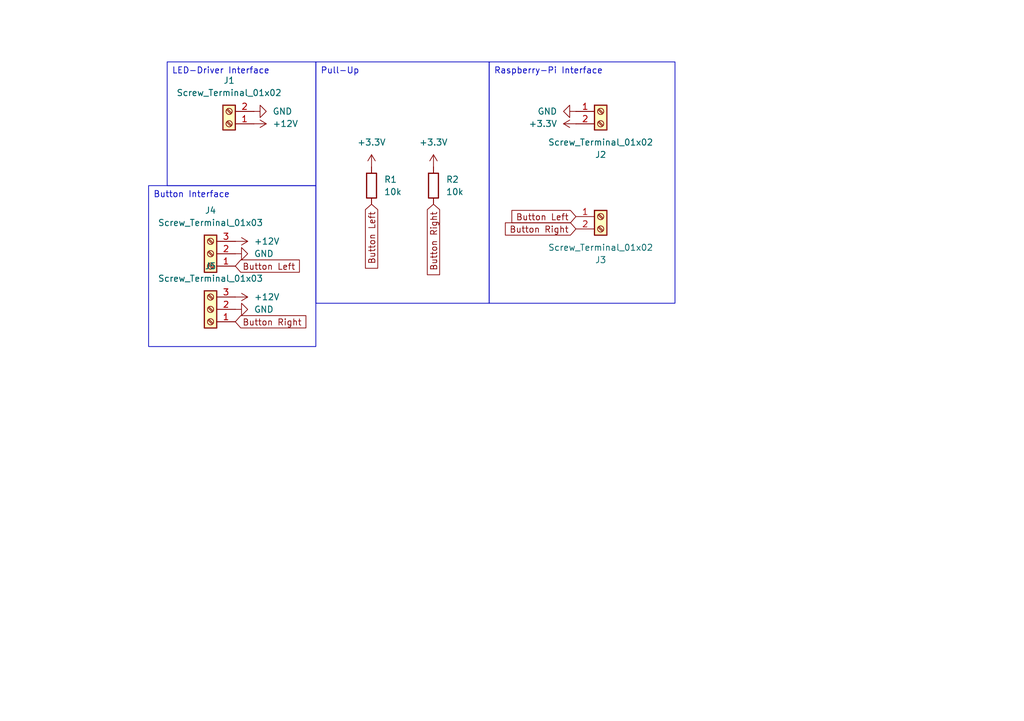
<source format=kicad_sch>
(kicad_sch (version 20231120) (generator "eeschema") (generator_version "8.0")
  (paper "A5")
  (title_block (title "Connector") (date "2024-08-07") (rev "1"))
  (lib_symbols
    (symbol "Connector:Screw_Terminal_01x02" (pin_names (offset 1.016) hide)
      (property "Reference" "J" (at 0 2.54 0))
      (property "Value" "Screw_Terminal_01x02" (at 0 -5.08 0))
      (symbol "Screw_Terminal_01x02_1_1"
        (rectangle (start -1.27 1.27) (end 1.27 -3.81) (stroke (width 0.254)) (fill (type background)))
        (circle (center 0 -2.54) (radius 0.635) (stroke (width 0.1524)))
        (polyline (pts (xy -0.5334 -2.2098) (xy 0.3302 -3.048)) (stroke (width 0.1524)))
        (polyline (pts (xy -0.5334 0.3302) (xy 0.3302 -0.508)) (stroke (width 0.1524)))
        (polyline (pts (xy -0.3556 -2.032) (xy 0.508 -2.8702)) (stroke (width 0.1524)))
        (polyline (pts (xy -0.3556 0.508) (xy 0.508 -0.3302)) (stroke (width 0.1524)))
        (circle (center 0 0) (radius 0.635) (stroke (width 0.1524)))
        (pin passive line (at -5.08 0 0) (length 3.81) (name "Pin_1") (number "1"))
        (pin passive line (at -5.08 -2.54 0) (length 3.81) (name "Pin_2") (number "2"))
      )
    )
    (symbol "Connector:Screw_Terminal_01x03" (pin_names (offset 1.016) hide)
      (property "Reference" "J" (at 0 5.08 0))
      (property "Value" "Screw_Terminal_01x03" (at 0 -5.08 0))
      (symbol "Screw_Terminal_01x03_1_1"
        (rectangle (start -1.27 3.81) (end 1.27 -3.81) (stroke (width 0.254)) (fill (type background)))
        (circle (center 0 -2.54) (radius 0.635) (stroke (width 0.1524)))
        (polyline (pts (xy -0.5334 -2.2098) (xy 0.3302 -3.048)) (stroke (width 0.1524)))
        (polyline (pts (xy -0.5334 0.3302) (xy 0.3302 -0.508)) (stroke (width 0.1524)))
        (polyline (pts (xy -0.5334 2.8702) (xy 0.3302 2.032)) (stroke (width 0.1524)))
        (polyline (pts (xy -0.3556 -2.032) (xy 0.508 -2.8702)) (stroke (width 0.1524)))
        (polyline (pts (xy -0.3556 0.508) (xy 0.508 -0.3302)) (stroke (width 0.1524)))
        (polyline (pts (xy -0.3556 3.048) (xy 0.508 2.2098)) (stroke (width 0.1524)))
        (circle (center 0 0) (radius 0.635) (stroke (width 0.1524)))
        (circle (center 0 2.54) (radius 0.635) (stroke (width 0.1524)))
        (pin passive line (at -5.08 2.54 0) (length 3.81) (name "Pin_1") (number "1"))
        (pin passive line (at -5.08 0 0) (length 3.81) (name "Pin_2") (number "2"))
        (pin passive line (at -5.08 -2.54 0) (length 3.81) (name "Pin_3") (number "3"))
      )
    )
    (symbol "Device:R" (pin_numbers hide) (pin_names (offset 0))
      (property "Reference" "R" (at 2.032 0 90))
      (property "Value" "R" (at 0 0 90))
      (symbol "R_0_1"
        (rectangle (start -1.016 -2.54) (end 1.016 2.54) (stroke (width 0.254)))
      )
      (symbol "R_1_1"
        (pin passive line (at 0 3.81 270) (length 1.27) (name "~") (number "1"))
        (pin passive line (at 0 -3.81 90) (length 1.27) (name "~") (number "2"))
      )
    )
    (symbol "power:+12V" (power) (pin_numbers hide) (pin_names (offset 0) hide)
      (property "Value" "+12V" (at 0 3.556 0))
      (symbol "+12V_0_1"
        (polyline (pts (xy -0.762 1.27) (xy 0 2.54)))
        (polyline (pts (xy 0 0) (xy 0 2.54)))
        (polyline (pts (xy 0 2.54) (xy 0.762 1.27)))
      )
      (symbol "+12V_1_1"
        (pin power_in line (at 0 0 90) (length 0) (name "~") (number "1"))
      )
    )
    (symbol "power:+3.3V" (power) (pin_numbers hide) (pin_names (offset 0) hide)
      (property "Value" "+3.3V" (at 0 3.556 0))
      (symbol "+3.3V_0_1"
        (polyline (pts (xy -0.762 1.27) (xy 0 2.54)))
        (polyline (pts (xy 0 0) (xy 0 2.54)))
        (polyline (pts (xy 0 2.54) (xy 0.762 1.27)))
      )
      (symbol "+3.3V_1_1"
        (pin power_in line (at 0 0 90) (length 0) (name "~") (number "1"))
      )
    )
    (symbol "power:GND" (power) (pin_numbers hide) (pin_names (offset 0) hide)
      (property "Value" "GND" (at 0 -3.81 0))
      (symbol "GND_0_1"
        (polyline (pts (xy 0 0) (xy 0 -1.27) (xy 1.27 -1.27) (xy 0 -2.54) (xy -1.27 -1.27) (xy 0 -1.27)))
      )
      (symbol "GND_1_1"
        (pin power_in line (at 0 0 270) (length 0) (name "~") (number "1"))
      )
    )
  )
  (text_box "Pull-Up" (at 64.77 12.7 0) (size 35.56 49.53) (effects (font (size 1.27 1.27)) (justify left top)))
  (text_box "Button Interface" (at 30.48 38.1 0) (size 34.29 33.02) (effects (font (size 1.27 1.27)) (justify left top)))
  (text_box "Raspberry-Pi Interface" (at 100.33 12.7 0) (size 38.1 49.53) (effects (font (size 1.27 1.27)) (justify left top)))
  (text_box "LED-Driver Interface" (at 34.29 12.7 0) (size 30.48 25.4) (effects (font (size 1.27 1.27)) (justify left top)))
  (global_label "Button Right" (shape input) (at 88.9 41.91 270) (property "Intersheetrefs" "${INTERSHEET_REFS}" (effects (hide yes))))
  (global_label "Button Left" (shape input) (at 76.2 41.91 270) (property "Intersheetrefs" "${INTERSHEET_REFS}" (effects (hide yes))))
  (global_label "Button Left" (shape input) (at 118.11 44.45 180) (property "Intersheetrefs" "${INTERSHEET_REFS}" (effects (hide yes))))
  (global_label "Button Left" (shape input) (at 48.26 54.61 0) (property "Intersheetrefs" "${INTERSHEET_REFS}" (effects (hide yes))))
  (global_label "Button Right" (shape input) (at 48.26 66.04 0) (property "Intersheetrefs" "${INTERSHEET_REFS}" (effects (hide yes))))
  (global_label "Button Right" (shape input) (at 118.11 46.99 180) (property "Intersheetrefs" "${INTERSHEET_REFS}" (effects (hide yes))))
  (symbol (lib_id "Device:R") (at 88.9 38.1 0) (unit 1)
    (property "Reference" "R2" (at 91.44 36.8299 0) (effects (justify left)))
    (property "Value" "10k" (at 91.44 39.3699 0) (effects (justify left)))
    (property "Footprint" "Resistor_THT:R_Axial_DIN0204_L3.6mm_D1.6mm_P2.54mm_Vertical" (effects (hide yes)))
    (property "Description" "Resistor" (effects (hide yes)))
  )
  (symbol (lib_id "power:+12V") (at 52.07 25.4 270) (unit 1)
    (property "Reference" "#PWR02" (effects (hide yes)))
    (property "Value" "+12V" (at 55.88 25.3999 90) (effects (justify left)))
    (property "Description" "Power symbol creates a global label with name \"+12V\"" (effects (hide yes)))
  )
  (symbol (lib_id "Connector:Screw_Terminal_01x03") (at 43.18 52.07 180) (unit 1)
    (property "Reference" "J4" (at 43.18 43.18 0))
    (property "Value" "Screw_Terminal_01x03" (at 43.18 45.72 0))
    (property "Footprint" "TerminalBlock_TE-Connectivity:TerminalBlock_TE_282834-3_1x03_P2.54mm_Horizontal" (effects (hide yes)))
    (property "Description" "Generic screw terminal, single row, 01x03, script generated (kicad-library-utils/schlib/autogen/connector/)" (effects (hide yes)))
  )
  (symbol (lib_id "power:GND") (at 48.26 63.5 90) (unit 1)
    (property "Reference" "#PWR010" (effects (hide yes)))
    (property "Value" "GND" (at 52.07 63.4999 90) (effects (justify right)))
    (property "Description" "Power symbol creates a global label with name \"GND\" , ground" (effects (hide yes)))
  )
  (symbol (lib_id "power:GND") (at 52.07 22.86 90) (unit 1)
    (property "Reference" "#PWR07" (effects (hide yes)))
    (property "Value" "GND" (at 55.88 22.8599 90) (effects (justify right)))
    (property "Description" "Power symbol creates a global label with name \"GND\" , ground" (effects (hide yes)))
  )
  (symbol (lib_id "power:+12V") (at 48.26 49.53 270) (unit 1)
    (property "Reference" "#PWR03" (effects (hide yes)))
    (property "Value" "+12V" (at 52.07 49.5299 90) (effects (justify left)))
    (property "Description" "Power symbol creates a global label with name \"+12V\"" (effects (hide yes)))
  )
  (symbol (lib_id "power:GND") (at 118.11 22.86 270) (unit 1)
    (property "Reference" "#PWR08" (effects (hide yes)))
    (property "Value" "GND" (at 114.3 22.8601 90) (effects (justify right)))
    (property "Description" "Power symbol creates a global label with name \"GND\" , ground" (effects (hide yes)))
  )
  (symbol (lib_id "power:GND") (at 48.26 52.07 90) (unit 1)
    (property "Reference" "#PWR09" (effects (hide yes)))
    (property "Value" "GND" (at 52.07 52.0699 90) (effects (justify right)))
    (property "Description" "Power symbol creates a global label with name \"GND\" , ground" (effects (hide yes)))
  )
  (symbol (lib_id "Connector:Screw_Terminal_01x02") (at 123.19 44.45 0) (unit 1)
    (property "Reference" "J3" (at 123.19 53.34 0))
    (property "Value" "Screw_Terminal_01x02" (at 123.19 50.8 0))
    (property "Footprint" "TerminalBlock_TE-Connectivity:TerminalBlock_TE_282834-2_1x02_P2.54mm_Horizontal" (effects (hide yes)))
    (property "Description" "Generic screw terminal, single row, 01x02, script generated (kicad-library-utils/schlib/autogen/connector/)" (effects (hide yes)))
  )
  (symbol (lib_id "Connector:Screw_Terminal_01x03") (at 43.18 63.5 180) (unit 1)
    (property "Reference" "J5" (at 43.18 54.61 0))
    (property "Value" "Screw_Terminal_01x03" (at 43.18 57.15 0))
    (property "Footprint" "TerminalBlock_TE-Connectivity:TerminalBlock_TE_282834-3_1x03_P2.54mm_Horizontal" (effects (hide yes)))
    (property "Description" "Generic screw terminal, single row, 01x03, script generated (kicad-library-utils/schlib/autogen/connector/)" (effects (hide yes)))
  )
  (symbol (lib_id "power:+3.3V") (at 76.2 34.29 0) (unit 1)
    (property "Reference" "#PWR05" (effects (hide yes)))
    (property "Value" "+3.3V" (at 76.2 29.21 0))
    (property "Description" "Power symbol creates a global label with name \"+3.3V\"" (effects (hide yes)))
  )
  (symbol (lib_id "Device:R") (at 76.2 38.1 0) (unit 1)
    (property "Reference" "R1" (at 78.74 36.8299 0) (effects (justify left)))
    (property "Value" "10k" (at 78.74 39.3699 0) (effects (justify left)))
    (property "Footprint" "Resistor_THT:R_Axial_DIN0204_L3.6mm_D1.6mm_P2.54mm_Vertical" (effects (hide yes)))
    (property "Description" "Resistor" (effects (hide yes)))
  )
  (symbol (lib_id "power:+12V") (at 48.26 60.96 270) (unit 1)
    (property "Reference" "#PWR04" (effects (hide yes)))
    (property "Value" "+12V" (at 52.07 60.9599 90) (effects (justify left)))
    (property "Description" "Power symbol creates a global label with name \"+12V\"" (effects (hide yes)))
  )
  (symbol (lib_id "power:+3.3V") (at 118.11 25.4 90) (unit 1)
    (property "Reference" "#PWR01" (effects (hide yes)))
    (property "Value" "+3.3V" (at 114.3 25.3999 90) (effects (justify left)))
    (property "Description" "Power symbol creates a global label with name \"+3.3V\"" (effects (hide yes)))
  )
  (symbol (lib_id "power:+3.3V") (at 88.9 34.29 0) (unit 1)
    (property "Reference" "#PWR06" (effects (hide yes)))
    (property "Value" "+3.3V" (at 88.9 29.21 0))
    (property "Description" "Power symbol creates a global label with name \"+3.3V\"" (effects (hide yes)))
  )
  (symbol (lib_id "Connector:Screw_Terminal_01x02") (at 123.19 22.86 0) (unit 1)
    (property "Reference" "J2" (at 123.19 31.75 0))
    (property "Value" "Screw_Terminal_01x02" (at 123.19 29.21 0))
    (property "Footprint" "TerminalBlock_TE-Connectivity:TerminalBlock_TE_282834-2_1x02_P2.54mm_Horizontal" (effects (hide yes)))
    (property "Description" "Generic screw terminal, single row, 01x02, script generated (kicad-library-utils/schlib/autogen/connector/)" (effects (hide yes)))
  )
  (symbol (lib_id "Connector:Screw_Terminal_01x02") (at 46.99 25.4 180) (unit 1)
    (property "Reference" "J1" (at 46.99 16.51 0))
    (property "Value" "Screw_Terminal_01x02" (at 46.99 19.05 0))
    (property "Footprint" "TerminalBlock_TE-Connectivity:TerminalBlock_TE_282834-2_1x02_P2.54mm_Horizontal" (effects (hide yes)))
    (property "Description" "Generic screw terminal, single row, 01x02, script generated (kicad-library-utils/schlib/autogen/connector/)" (effects (hide yes)))
  )
)
</source>
